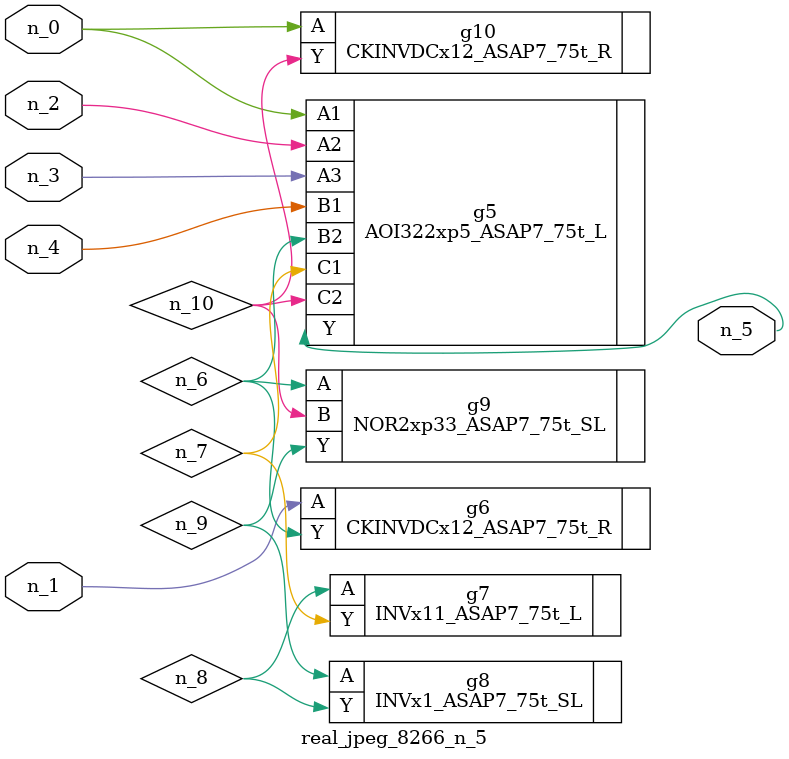
<source format=v>
module real_jpeg_8266_n_5 (n_4, n_0, n_1, n_2, n_3, n_5);

input n_4;
input n_0;
input n_1;
input n_2;
input n_3;

output n_5;

wire n_8;
wire n_6;
wire n_7;
wire n_10;
wire n_9;

AOI322xp5_ASAP7_75t_L g5 ( 
.A1(n_0),
.A2(n_2),
.A3(n_3),
.B1(n_4),
.B2(n_6),
.C1(n_7),
.C2(n_10),
.Y(n_5)
);

CKINVDCx12_ASAP7_75t_R g10 ( 
.A(n_0),
.Y(n_10)
);

CKINVDCx12_ASAP7_75t_R g6 ( 
.A(n_1),
.Y(n_6)
);

NOR2xp33_ASAP7_75t_SL g9 ( 
.A(n_6),
.B(n_10),
.Y(n_9)
);

INVx11_ASAP7_75t_L g7 ( 
.A(n_8),
.Y(n_7)
);

INVx1_ASAP7_75t_SL g8 ( 
.A(n_9),
.Y(n_8)
);


endmodule
</source>
